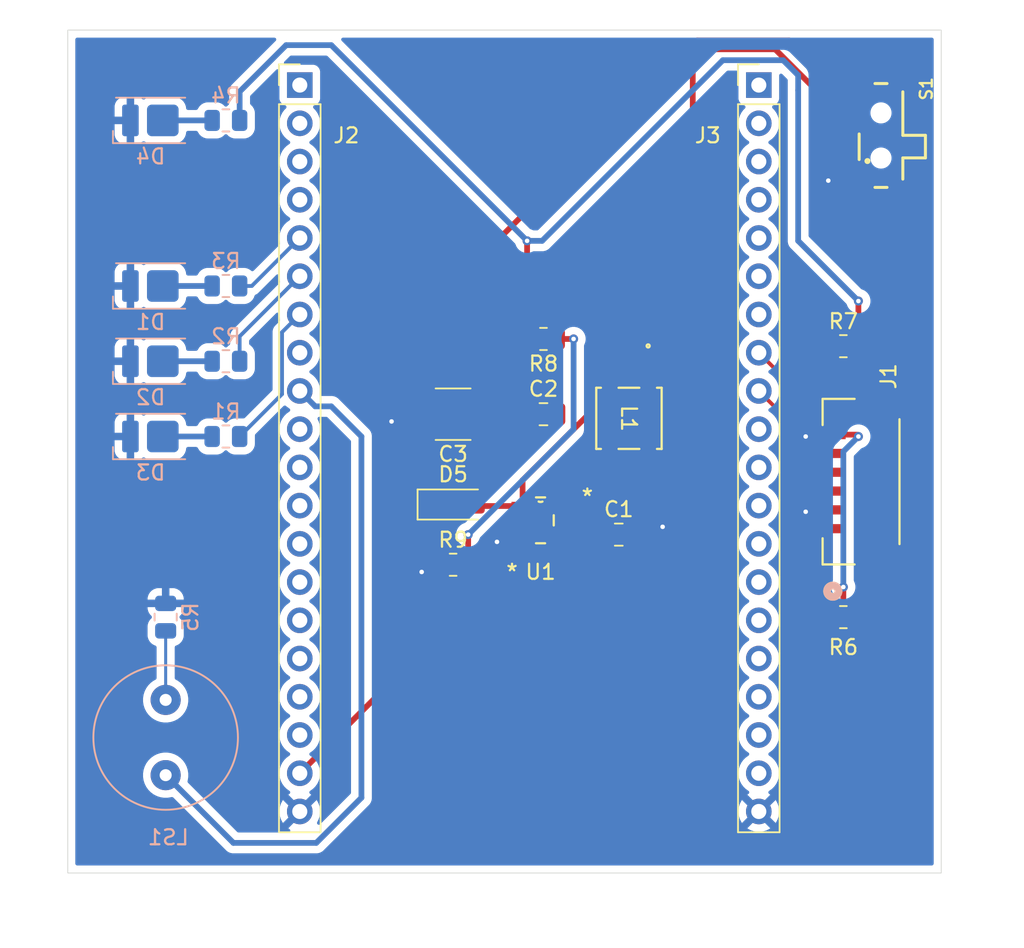
<source format=kicad_pcb>
(kicad_pcb (version 20241229) (generator "pcbnew") (generator_version "9.0")
  (layers (0 "F.Cu" signal) (2 "B.Cu" signal) (13 "F.Paste" user) (15 "B.Paste" user) (5 "F.SilkS" user "F.Silkscreen") (7 "B.SilkS" user "B.Silkscreen") (1 "F.Mask" user) (3 "B.Mask" user) (25 "Edge.Cuts" user))
  (net 0 "")
  (net 1 "Net-(U1-EN)")
  (net 2 "GND")
  (net 3 "Net-(D1-A)")
  (net 4 "Net-(D2-A)")
  (net 5 "Net-(D3-A)")
  (net 6 "Net-(D4-A)")
  (net 7 "5V PWR")
  (net 8 "SCL")
  (net 9 "Net-(U1-FB)")
  (net 10 "SDA")
  (net 12 "R")
  (net 13 "Y")
  (net 14 "G")
  (net 16 "Net-(LS1-PadN)")
  (net 17 "SPKR")
  (net 48 "BATT")
  (net 51 "Net-(D5-A)")
  (footprint "Capacitor_SMD:C_0805_2012Metric" (layer "F.Cu") (at 96.0875 42.51875)
    (property "Reference" "C2" (at 0 -1.68 0) (layer "F.SilkS"))
    (property "Value" "18pF")
    (fp_line (start -0.261252 -0.735) (end 0.261252 -0.735) (stroke (width 0.12)) (layer "F.SilkS"))
    (fp_line (start -0.261252 0.735) (end 0.261252 0.735) (stroke (width 0.12)) (layer "F.SilkS"))
    (pad "1" smd roundrect (at -0.95 0) (size 1 1.45) (layers "F.Cu" "F.Mask" "F.Paste") (net 7 "5V PWR"))
    (pad "2" smd roundrect (at 0.95 0) (size 1 1.45) (layers "F.Cu" "F.Mask" "F.Paste") (net 9 "Net-(U1-FB)"))
  )
  (footprint "ECE196:SMD4_CR32NP_SUM" (layer "F.Cu") (at 101.7639 42.793749 -90)
    (property "Reference" "L1" (at 0 0 270) (layer "F.SilkS"))
    (property "Value" "CR32NP-100KC")
    (fp_line (start -2.032 2.1717) (end 2.032 2.1717) (stroke (width 0.1524)) (layer "F.SilkS"))
    (fp_line (start 2.032 2.1717) (end 2.032 1.861739) (stroke (width 0.1524)) (layer "F.SilkS"))
    (fp_line (start -2.032 1.861739) (end -2.032 2.1717) (stroke (width 0.1524)) (layer "F.SilkS"))
    (fp_line (start 2.032 0.688259) (end 2.032 -0.688259) (stroke (width 0.1524)) (layer "F.SilkS"))
    (fp_line (start -2.032 -0.688259) (end -2.032 0.688259) (stroke (width 0.1524)) (layer "F.SilkS"))
    (fp_line (start 2.032 -1.861739) (end 2.032 -2.1717) (stroke (width 0.1524)) (layer "F.SilkS"))
    (fp_line (start -2.032 -2.1717) (end -2.032 -1.861739) (stroke (width 0.1524)) (layer "F.SilkS"))
    (fp_line (start 2.032 -2.1717) (end -2.032 -2.1717) (stroke (width 0.1524)) (layer "F.SilkS"))
    (fp_circle (center -4.8106 -1.275) (end -4.709 -1.275) (stroke (width 0.1524)) (fill no) (layer "F.SilkS"))
    (pad "1" smd rect (at -1.6764 -1.274999 270) (size 1.0668 0.508) (layers "F.Cu" "F.Mask" "F.Paste"))
    (pad "2" smd rect (at -1.6764 1.274999 270) (size 1.0668 0.508) (layers "F.Cu" "F.Mask" "F.Paste"))
    (pad "3" smd rect (at 1.6764 1.274999 270) (size 1.0668 0.508) (layers "F.Cu" "F.Mask" "F.Paste") (net 1 "Net-(U1-EN)"))
    (pad "4" smd rect (at 1.6764 -1.274999 270) (size 1.0668 0.508) (layers "F.Cu" "F.Mask" "F.Paste") (net 51 "Net-(D5-A)"))
  )
  (footprint "Resistor_SMD:R_0805_2012Metric" (layer "F.Cu") (at 96.0875 37.51875 180)
    (property "Reference" "R8" (at 0 -1.65 0) (layer "F.SilkS"))
    (property "Value" "370k")
    (fp_line (start -0.227064 0.735) (end 0.227064 0.735) (stroke (width 0.12)) (layer "F.SilkS"))
    (fp_line (start -0.227064 -0.735) (end 0.227064 -0.735) (stroke (width 0.12)) (layer "F.SilkS"))
    (pad "1" smd roundrect (at -0.9125 0 180) (size 1.025 1.4) (layers "F.Cu" "F.Mask" "F.Paste") (roundrect_rratio 0.243902) (net 9 "Net-(U1-FB)"))
    (pad "2" smd roundrect (at 0.9125 0 180) (size 1.025 1.4) (layers "F.Cu" "F.Mask" "F.Paste") (roundrect_rratio 0.243902) (net 7 "5V PWR"))
  )
  (footprint "ECE196:DBV5" (layer "F.Cu") (at 95.8937 49.568749)
    (property "Reference" "U1" (at 0 3.431251 0) (layer "F.SilkS"))
    (property "Value" "TPS61040QDBVRQ1" (hide yes))
    (fp_line (start -0.302516 1.524) (end 0.302516 1.524) (stroke (width 0.1524)) (layer "F.SilkS"))
    (fp_line (start 0.302516 -1.524) (end -0.302516 -1.524) (stroke (width 0.1524)) (layer "F.SilkS"))
    (fp_line (start 0.8763 0.337861) (end 0.8763 -0.337861) (stroke (width 0.1524)) (layer "F.SilkS"))
    (fp_arc (start 0.124872 -1.245953) (mid 0 -1.2192) (end -0.124872 -1.245953) (stroke (width 0.1524)) (layer "F.SilkS"))
    (fp_text user "*" (at -1.8937 3.431251 0) (layer "F.SilkS"))
    (fp_text user "*" (at 3.1063 -1.568749 0) (layer "F.SilkS"))
    (pad "1" smd rect (at -1.1938 -0.950001) (size 1.4732 0.5588) (layers "F.Cu" "F.Mask" "F.Paste") (net 51 "Net-(D5-A)"))
    (pad "2" smd rect (at -1.1938 0) (size 1.4732 0.5588) (layers "F.Cu" "F.Mask" "F.Paste") (net 2 "GND"))
    (pad "3" smd rect (at -1.1938 0.950001) (size 1.4732 0.5588) (layers "F.Cu" "F.Mask" "F.Paste") (net 9 "Net-(U1-FB)"))
    (pad "4" smd rect (at 1.1938 0.950001) (size 1.4732 0.5588) (layers "F.Cu" "F.Mask" "F.Paste") (net 1 "Net-(U1-EN)"))
    (pad "5" smd rect (at 1.1938 -0.950001) (size 1.4732 0.5588) (layers "F.Cu" "F.Mask" "F.Paste") (net 1 "Net-(U1-EN)"))
  )
  (footprint "Diode_SMD:D_SOD-123" (layer "F.Cu") (at 90.0875 48.51875)
    (property "Reference" "D5" (at 0 -2 0) (layer "F.SilkS"))
    (property "Value" "D_Schottky")
    (fp_line (start -2.36 -1) (end -2.36 1) (stroke (width 0.12)) (layer "F.SilkS"))
    (fp_line (start -2.36 -1) (end 1.65 -1) (stroke (width 0.12)) (layer "F.SilkS"))
    (fp_line (start -2.36 1) (end 1.65 1) (stroke (width 0.12)) (layer "F.SilkS"))
    (pad "1" smd roundrect (at -1.65 0) (size 0.9 1.2) (layers "F.Cu" "F.Mask" "F.Paste") (net 7 "5V PWR"))
    (pad "2" smd roundrect (at 1.65 0) (size 0.9 1.2) (layers "F.Cu" "F.Mask" "F.Paste") (net 51 "Net-(D5-A)"))
  )
  (footprint "ECE196:CONN_SM06B-GHS-TB_JST" (layer "F.Cu") (at 117.175699 47 90)
    (property "Reference" "J1" (at 7 1.824301 90) (layer "F.SilkS"))
    (property "Value" "SM06B-GHS-TB")
    (fp_line (start 5.4991 -2.5527) (end 3.76254 -2.5527) (stroke (width 0.1524)) (layer "F.SilkS"))
    (fp_line (start -3.76254 -2.5527) (end -5.4991 -2.5527) (stroke (width 0.1524)) (layer "F.SilkS"))
    (fp_line (start -5.4991 -2.5527) (end -5.4991 -0.42959) (stroke (width 0.1524)) (layer "F.SilkS"))
    (fp_line (start 5.4991 -0.42959) (end 5.4991 -2.5527) (stroke (width 0.1524)) (layer "F.SilkS"))
    (fp_line (start -4.146959 2.552701) (end 4.146959 2.552701) (stroke (width 0.1524)) (layer "F.SilkS"))
    (fp_circle (center -7.2771 -1.8757) (end -6.8961 -1.8757) (stroke (width 0.508)) (fill no) (layer "F.SilkS"))
    (fp_circle (center -7.2771 -1.8757) (end -6.8961 -1.8757) (stroke (width 0.508)) (fill no) (layer "B.SilkS"))
    (pad "1" smd rect (at -3.125 -1.8757 90) (size 0.6096 1.7018) (layers "F.Cu" "F.Mask" "F.Paste"))
    (pad "2" smd rect (at -1.875 -1.8757 90) (size 0.6096 1.7018) (layers "F.Cu" "F.Mask" "F.Paste") (net 2 "GND"))
    (pad "3" smd rect (at -0.625 -1.8757 90) (size 0.6096 1.7018) (layers "F.Cu" "F.Mask" "F.Paste") (net 8 "SCL"))
    (pad "4" smd rect (at 0.625 -1.8757 90) (size 0.6096 1.7018) (layers "F.Cu" "F.Mask" "F.Paste") (net 10 "SDA"))
    (pad "5" smd rect (at 1.875 -1.8757 90) (size 0.6096 1.7018) (layers "F.Cu" "F.Mask" "F.Paste") (net 2 "GND"))
    (pad "6" smd rect (at 3.125 -1.8757 90) (size 0.6096 1.7018) (layers "F.Cu" "F.Mask" "F.Paste") (net 7 "5V PWR"))
    (pad "7" smd rect (at -4.974999 1.324301 90) (size 0.9906 2.8448) (layers "F.Cu" "F.Mask" "F.Paste"))
    (pad "8" smd rect (at 4.974999 1.324301 90) (size 0.9906 2.8448) (layers "F.Cu" "F.Mask" "F.Paste"))
  )
  (footprint "Connector_PinHeader_2.54mm:PinHeader_1x20_P2.54mm_Vertical" (layer "F.Cu") (at 110.386 20.653)
    (property "Reference" "J3" (at -3.386 3.347 0) (layer "F.SilkS"))
    (property "Value" "Conn_01x20_Pin")
    (fp_line (start -1.38 -1.38) (end 0 -1.38) (stroke (width 0.12)) (layer "F.SilkS"))
    (fp_line (start -1.38 0) (end -1.38 -1.38) (stroke (width 0.12)) (layer "F.SilkS"))
    (fp_line (start -1.38 1.27) (end -1.38 49.64) (stroke (width 0.12)) (layer "F.SilkS"))
    (fp_line (start -1.38 1.27) (end 1.38 1.27) (stroke (width 0.12)) (layer "F.SilkS"))
    (fp_line (start -1.38 49.64) (end 1.38 49.64) (stroke (width 0.12)) (layer "F.SilkS"))
    (fp_line (start 1.38 1.27) (end 1.38 49.64) (stroke (width 0.12)) (layer "F.SilkS"))
    (pad "1" thru_hole rect (at 0 0) (size 1.7 1.7) (drill 1) (layers "*.Cu" "*.Mask"))
    (pad "2" thru_hole circle (at 0 2.54) (size 1.7 1.7) (drill 1) (layers "*.Cu" "*.Mask"))
    (pad "3" thru_hole circle (at 0 5.08) (size 1.7 1.7) (drill 1) (layers "*.Cu" "*.Mask"))
    (pad "4" thru_hole circle (at 0 7.62) (size 1.7 1.7) (drill 1) (layers "*.Cu" "*.Mask"))
    (pad "5" thru_hole circle (at 0 10.16) (size 1.7 1.7) (drill 1) (layers "*.Cu" "*.Mask"))
    (pad "6" thru_hole circle (at 0 12.7) (size 1.7 1.7) (drill 1) (layers "*.Cu" "*.Mask"))
    (pad "7" thru_hole circle (at 0 15.24) (size 1.7 1.7) (drill 1) (layers "*.Cu" "*.Mask"))
    (pad "8" thru_hole circle (at 0 17.78) (size 1.7 1.7) (drill 1) (layers "*.Cu" "*.Mask") (net 10 "SDA"))
    (pad "9" thru_hole circle (at 0 20.32) (size 1.7 1.7) (drill 1) (layers "*.Cu" "*.Mask") (net 8 "SCL"))
    (pad "10" thru_hole circle (at 0 22.86) (size 1.7 1.7) (drill 1) (layers "*.Cu" "*.Mask"))
    (pad "11" thru_hole circle (at 0 25.4) (size 1.7 1.7) (drill 1) (layers "*.Cu" "*.Mask"))
    (pad "12" thru_hole circle (at 0 27.94) (size 1.7 1.7) (drill 1) (layers "*.Cu" "*.Mask"))
    (pad "13" thru_hole circle (at 0 30.48) (size 1.7 1.7) (drill 1) (layers "*.Cu" "*.Mask"))
    (pad "14" thru_hole circle (at 0 33.02) (size 1.7 1.7) (drill 1) (layers "*.Cu" "*.Mask"))
    (pad "15" thru_hole circle (at 0 35.56) (size 1.7 1.7) (drill 1) (layers "*.Cu" "*.Mask"))
    (pad "16" thru_hole circle (at 0 38.1) (size 1.7 1.7) (drill 1) (layers "*.Cu" "*.Mask"))
    (pad "17" thru_hole circle (at 0 40.64) (size 1.7 1.7) (drill 1) (layers "*.Cu" "*.Mask"))
    (pad "18" thru_hole circle (at 0 43.18) (size 1.7 1.7) (drill 1) (layers "*.Cu" "*.Mask"))
    (pad "19" thru_hole circle (at 0 45.72) (size 1.7 1.7) (drill 1) (layers "*.Cu" "*.Mask"))
    (pad "20" thru_hole circle (at 0 48.26) (size 1.7 1.7) (drill 1) (layers "*.Cu" "*.Mask") (net 2 "GND"))
  )
  (footprint "Capacitor_SMD:C_0805_2012Metric" (layer "F.Cu") (at 101.0875 50.51875)
    (property "Reference" "C1" (at 0 -1.68 0) (layer "F.SilkS"))
    (property "Value" "4.7uF" (hide yes))
    (fp_line (start -0.261252 -0.735) (end 0.261252 -0.735) (stroke (width 0.12)) (layer "F.SilkS"))
    (fp_line (start -0.261252 0.735) (end 0.261252 0.735) (stroke (width 0.12)) (layer "F.SilkS"))
    (pad "1" smd roundrect (at -0.95 0) (size 1 1.45) (layers "F.Cu" "F.Mask" "F.Paste") (net 1 "Net-(U1-EN)"))
    (pad "2" smd roundrect (at 0.95 0) (size 1 1.45) (layers "F.Cu" "F.Mask" "F.Paste") (net 2 "GND"))
  )
  (footprint "Connector_PinHeader_2.54mm:PinHeader_1x20_P2.54mm_Vertical" (layer "F.Cu") (at 79.906 20.653)
    (property "Reference" "J2" (at 3.094 3.347 0) (layer "F.SilkS"))
    (property "Value" "Conn_01x20_Pin" (hide yes))
    (fp_line (start -1.38 -1.38) (end 0 -1.38) (stroke (width 0.12)) (layer "F.SilkS"))
    (fp_line (start -1.38 0) (end -1.38 -1.38) (stroke (width 0.12)) (layer "F.SilkS"))
    (fp_line (start -1.38 1.27) (end -1.38 49.64) (stroke (width 0.12)) (layer "F.SilkS"))
    (fp_line (start -1.38 1.27) (end 1.38 1.27) (stroke (width 0.12)) (layer "F.SilkS"))
    (fp_line (start -1.38 49.64) (end 1.38 49.64) (stroke (width 0.12)) (layer "F.SilkS"))
    (fp_line (start 1.38 1.27) (end 1.38 49.64) (stroke (width 0.12)) (layer "F.SilkS"))
    (pad "1" thru_hole rect (at 0 0) (size 1.7 1.7) (drill 1) (layers "*.Cu" "*.Mask"))
    (pad "2" thru_hole circle (at 0 2.54) (size 1.7 1.7) (drill 1) (layers "*.Cu" "*.Mask"))
    (pad "3" thru_hole circle (at 0 5.08) (size 1.7 1.7) (drill 1) (layers "*.Cu" "*.Mask"))
    (pad "4" thru_hole circle (at 0 7.62) (size 1.7 1.7) (drill 1) (layers "*.Cu" "*.Mask"))
    (pad "5" thru_hole circle (at 0 10.16) (size 1.7 1.7) (drill 1) (layers "*.Cu" "*.Mask") (net 14 "G"))
    (pad "6" thru_hole circle (at 0 12.7) (size 1.7 1.7) (drill 1) (layers "*.Cu" "*.Mask") (net 13 "Y"))
    (pad "7" thru_hole circle (at 0 15.24) (size 1.7 1.7) (drill 1) (layers "*.Cu" "*.Mask") (net 12 "R"))
    (pad "8" thru_hole circle (at 0 17.78) (size 1.7 1.7) (drill 1) (layers "*.Cu" "*.Mask"))
    (pad "9" thru_hole circle (at 0 20.32) (size 1.7 1.7) (drill 1) (layers "*.Cu" "*.Mask") (net 17 "SPKR"))
    (pad "10" thru_hole circle (at 0 22.86) (size 1.7 1.7) (drill 1) (layers "*.Cu" "*.Mask"))
    (pad "11" thru_hole circle (at 0 25.4) (size 1.7 1.7) (drill 1) (layers "*.Cu" "*.Mask"))
    (pad "12" thru_hole circle (at 0 27.94) (size 1.7 1.7) (drill 1) (layers "*.Cu" "*.Mask"))
    (pad "13" thru_hole circle (at 0 30.48) (size 1.7 1.7) (drill 1) (layers "*.Cu" "*.Mask"))
    (pad "14" thru_hole circle (at 0 33.02) (size 1.7 1.7) (drill 1) (layers "*.Cu" "*.Mask"))
    (pad "15" thru_hole circle (at 0 35.56) (size 1.7 1.7) (drill 1) (layers "*.Cu" "*.Mask"))
    (pad "16" thru_hole circle (at 0 38.1) (size 1.7 1.7) (drill 1) (layers "*.Cu" "*.Mask"))
    (pad "17" thru_hole circle (at 0 40.64) (size 1.7 1.7) (drill 1) (layers "*.Cu" "*.Mask"))
    (pad "18" thru_hole circle (at 0 43.18) (size 1.7 1.7) (drill 1) (layers "*.Cu" "*.Mask"))
    (pad "19" thru_hole circle (at 0 45.72) (size 1.7 1.7) (drill 1) (layers "*.Cu" "*.Mask") (net 48 "BATT"))
    (pad "20" thru_hole circle (at 0 48.26) (size 1.7 1.7) (drill 1) (layers "*.Cu" "*.Mask") (net 2 "GND"))
  )
  (footprint "Resistor_SMD:R_0805_2012Metric" (layer "F.Cu") (at 90.0875 52.51875)
    (property "Reference" "R9" (at 0 -1.65 0) (layer "F.SilkS"))
    (property "Value" "120k")
    (fp_line (start -0.227064 -0.735) (end 0.227064 -0.735) (stroke (width 0.12)) (layer "F.SilkS"))
    (fp_line (start -0.227064 0.735) (end 0.227064 0.735) (stroke (width 0.12)) (layer "F.SilkS"))
    (pad "1" smd roundrect (at -0.9125 0) (size 1.025 1.4) (layers "F.Cu" "F.Mask" "F.Paste") (roundrect_rratio 0.243902) (net 2 "GND"))
    (pad "2" smd roundrect (at 0.9125 0) (size 1.025 1.4) (layers "F.Cu" "F.Mask" "F.Paste") (roundrect_rratio 0.243902) (net 9 "Net-(U1-FB)"))
  )
  (footprint "ECE196:450404015514" (layer "F.Cu") (at 118.5 24 -90)
    (property "Reference" "S1" (at -3.1 -3.008 90) (layer "F.SilkS") (effects (font (size 0.8 0.8))))
    (property "Value" "450404015514" (hide yes))
    (fp_line (start -0.1 1.45) (end 1.6 1.45) (stroke (width 0.2)) (layer "F.SilkS"))
    (fp_line (start 3.45 0.4) (end 3.45 -0.4) (stroke (width 0.2)) (layer "F.SilkS"))
    (fp_line (start -3.45 -0.4) (end -3.45 0.4) (stroke (width 0.2)) (layer "F.SilkS"))
    (fp_line (start -2.9 -1.45) (end -0.01 -1.45) (stroke (width 0.2)) (layer "F.SilkS"))
    (fp_line (start -0.01 -1.45) (end -0.01 -2.95) (stroke (width 0.2)) (layer "F.SilkS"))
    (fp_line (start 1.49 -1.45) (end 2.9 -1.45) (stroke (width 0.2)) (layer "F.SilkS"))
    (fp_line (start -0.01 -2.95) (end 1.49 -2.95) (stroke (width 0.2)) (layer "F.SilkS"))
    (fp_line (start 1.49 -2.95) (end 1.49 -1.45) (stroke (width 0.2)) (layer "F.SilkS"))
    (fp_circle (center 1.7 0.9) (end 1.8 0.9) (stroke (width 0.2)) (fill no) (layer "F.SilkS"))
    (pad "" np_thru_hole circle (at -1.5 0 270) (size 0.9 0.9) (drill 0.9) (layers "*.Cu" "*.Mask"))
    (pad "" np_thru_hole circle (at 1.5 0 270) (size 0.9 0.9) (drill 0.9) (layers "*.Cu" "*.Mask"))
    (pad "1" smd rect (at 2.25 2.05 270) (size 0.7 1.1) (layers "F.Cu" "F.Mask" "F.Paste") (net 2 "GND"))
    (pad "2" smd rect (at -0.75 2.05 270) (size 0.7 1.1) (layers "F.Cu" "F.Mask" "F.Paste") (net 1 "Net-(U1-EN)"))
    (pad "3" smd rect (at -2.25 2.05 270) (size 0.7 1.1) (layers "F.Cu" "F.Mask" "F.Paste") (net 48 "BATT"))
    (pad "Z1" smd rect (at -3.75 -1.15 270) (size 1 0.8) (layers "F.Cu" "F.Mask" "F.Paste"))
    (pad "Z2" smd rect (at 3.75 -1.15 270) (size 1 0.8) (layers "F.Cu" "F.Mask" "F.Paste"))
    (pad "Z3" smd rect (at 3.75 1.15 270) (size 1 0.8) (layers "F.Cu" "F.Mask" "F.Paste"))
    (pad "Z4" smd rect (at -3.75 1.15 270) (size 1 0.8) (layers "F.Cu" "F.Mask" "F.Paste"))
  )
  (footprint "Resistor_SMD:R_0805_2012Metric" (layer "F.Cu") (at 116 56)
    (property "Reference" "R6" (at 0 2 0) (layer "F.SilkS"))
    (property "Value" "10k")
    (fp_line (start -0.227064 -0.735) (end 0.227064 -0.735) (stroke (width 0.12)) (layer "F.SilkS"))
    (fp_line (start -0.227064 0.735) (end 0.227064 0.735) (stroke (width 0.12)) (layer "F.SilkS"))
    (pad "1" smd roundrect (at -0.9125 0) (size 1.025 1.4) (layers "F.Cu" "F.Mask" "F.Paste") (roundrect_rratio 0.243902) (net 8 "SCL"))
    (pad "2" smd roundrect (at 0.9125 0) (size 1.025 1.4) (layers "F.Cu" "F.Mask" "F.Paste") (roundrect_rratio 0.243902) (net 7 "5V PWR"))
  )
  (footprint "Resistor_SMD:R_0805_2012Metric" (layer "F.Cu") (at 116 38)
    (property "Reference" "R7" (at 0 -1.65 0) (layer "F.SilkS"))
    (property "Value" "10k")
    (fp_line (start -0.227064 -0.735) (end 0.227064 -0.735) (stroke (width 0.12)) (layer "F.SilkS"))
    (fp_line (start -0.227064 0.735) (end 0.227064 0.735) (stroke (width 0.12)) (layer "F.SilkS"))
    (pad "1" smd roundrect (at -0.9125 0) (size 1.025 1.4) (layers "F.Cu" "F.Mask" "F.Paste") (roundrect_rratio 0.243902) (net 10 "SDA"))
    (pad "2" smd roundrect (at 0.9125 0) (size 1.025 1.4) (layers "F.Cu" "F.Mask" "F.Paste") (roundrect_rratio 0.243902) (net 7 "5V PWR"))
  )
  (footprint "Capacitor_SMD:C_1812_4532Metric" (layer "F.Cu") (at 90.0875 42.51875 180)
    (property "Reference" "C3" (at 0 -2.65 0) (layer "F.SilkS"))
    (property "Value" "1uF")
    (fp_line (start -1.161252 1.71) (end 1.161252 1.71) (stroke (width 0.12)) (layer "F.SilkS"))
    (fp_line (start -1.161252 -1.71) (end 1.161252 -1.71) (stroke (width 0.12)) (layer "F.SilkS"))
    (pad "1" smd roundrect (at -2.05 0 180) (size 1.4 3.4) (layers "F.Cu" "F.Mask" "F.Paste") (roundrect_rratio 0.178571) (net 7 "5V PWR"))
    (pad "2" smd roundrect (at 2.05 0 180) (size 1.4 3.4) (layers "F.Cu" "F.Mask" "F.Paste") (roundrect_rratio 0.178571) (net 2 "GND"))
  )
  (footprint "LED_SMD:LED_Everlight-SMD3528_3.5x2.8mm_67-21ST" (layer "B.Cu") (at 70 39)
    (property "Reference" "D2" (at 0 2.4 0) (layer "B.SilkS") (effects (justify mirror)))
    (property "Value" "LED YELLOW")
    (fp_line (start -2.5 0.7) (end -2.5 1.51) (stroke (width 0.12)) (layer "B.SilkS"))
    (fp_line (start -2.5 1.51) (end 2.3 1.51) (stroke (width 0.12)) (layer "B.SilkS"))
    (fp_line (start -2.3 -1.51) (end 2.3 -1.51) (stroke (width 0.12)) (layer "B.SilkS"))
    (pad "1" smd roundrect (at -1.34 0) (size 1.1 2.1) (layers "B.Cu" "B.Mask" "B.Paste") (roundrect_rratio 0.15) (net 2 "GND"))
    (pad "2" smd roundrect (at 0.81 0) (size 2.1 2.1) (layers "B.Cu" "B.Mask" "B.Paste") (roundrect_rratio 0.15) (net 4 "Net-(D2-A)"))
  )
  (footprint "ECE196:CUI_CMI-9605IC-0580T" (layer "B.Cu") (at 71 64)
    (property "Reference" "LS1" (at 0.175 6.635 0) (layer "B.SilkS") (effects (justify mirror)))
    (property "Value" "CMI-9605IC-0580T")
    (fp_circle (center 0 0) (end 4.8 0) (stroke (width 0.127)) (fill no) (layer "B.SilkS"))
    (pad "N" thru_hole circle (at 0 -2.5) (size 2 2) (drill 0.8) (layers "*.Cu" "*.Mask") (net 16 "Net-(LS1-PadN)"))
    (pad "P" thru_hole circle (at 0 2.5) (size 2 2) (drill 0.8) (layers "*.Cu" "*.Mask") (net 17 "SPKR"))
  )
  (footprint "LED_SMD:LED_Everlight-SMD3528_3.5x2.8mm_67-21ST" (layer "B.Cu") (at 70 44)
    (property "Reference" "D3" (at 0 2.4 0) (layer "B.SilkS") (effects (justify mirror)))
    (property "Value" "LED RED")
    (fp_line (start -2.5 0.7) (end -2.5 1.51) (stroke (width 0.12)) (layer "B.SilkS"))
    (fp_line (start -2.5 1.51) (end 2.3 1.51) (stroke (width 0.12)) (layer "B.SilkS"))
    (fp_line (start -2.3 -1.51) (end 2.3 -1.51) (stroke (width 0.12)) (layer "B.SilkS"))
    (pad "1" smd roundrect (at -1.34 0) (size 1.1 2.1) (layers "B.Cu" "B.Mask" "B.Paste") (roundrect_rratio 0.15) (net 2 "GND"))
    (pad "2" smd roundrect (at 0.81 0) (size 2.1 2.1) (layers "B.Cu" "B.Mask" "B.Paste") (roundrect_rratio 0.15) (net 5 "Net-(D3-A)"))
  )
  (footprint "Resistor_SMD:R_0805_2012Metric" (layer "B.Cu") (at 75 39 180)
    (property "Reference" "R2" (at 0 1.65 0) (layer "B.SilkS") (effects (justify mirror)))
    (property "Value" "300")
    (fp_line (start -0.227064 0.735) (end 0.227064 0.735) (stroke (width 0.12)) (layer "B.SilkS"))
    (fp_line (start -0.227064 -0.735) (end 0.227064 -0.735) (stroke (width 0.12)) (layer "B.SilkS"))
    (pad "1" smd roundrect (at -0.9125 0 180) (size 1.025 1.4) (layers "B.Cu" "B.Mask" "B.Paste") (roundrect_rratio 0.243902) (net 13 "Y"))
    (pad "2" smd roundrect (at 0.9125 0 180) (size 1.025 1.4) (layers "B.Cu" "B.Mask" "B.Paste") (roundrect_rratio 0.243902) (net 4 "Net-(D2-A)"))
  )
  (footprint "LED_SMD:LED_Everlight-SMD3528_3.5x2.8mm_67-21ST" (layer "B.Cu") (at 70 23)
    (property "Reference" "D4" (at 0 2.4 0) (layer "B.SilkS") (effects (justify mirror)))
    (property "Value" "LED BLUE STATUS ON/OFF")
    (fp_line (start -2.5 0.7) (end -2.5 1.51) (stroke (width 0.12)) (layer "B.SilkS"))
    (fp_line (start -2.5 1.51) (end 2.3 1.51) (stroke (width 0.12)) (layer "B.SilkS"))
    (fp_line (start -2.3 -1.51) (end 2.3 -1.51) (stroke (width 0.12)) (layer "B.SilkS"))
    (pad "1" smd roundrect (at -1.34 0) (size 1.1 2.1) (layers "B.Cu" "B.Mask" "B.Paste") (roundrect_rratio 0.15) (net 2 "GND"))
    (pad "2" smd roundrect (at 0.81 0) (size 2.1 2.1) (layers "B.Cu" "B.Mask" "B.Paste") (roundrect_rratio 0.15) (net 6 "Net-(D4-A)"))
  )
  (footprint "Resistor_SMD:R_0805_2012Metric" (layer "B.Cu") (at 75 23 180)
    (property "Reference" "R4" (at 0 1.65 0) (layer "B.SilkS") (effects (justify mirror)))
    (property "Value" "300")
    (fp_line (start -0.227064 0.735) (end 0.227064 0.735) (stroke (width 0.12)) (layer "B.SilkS"))
    (fp_line (start -0.227064 -0.735) (end 0.227064 -0.735) (stroke (width 0.12)) (layer "B.SilkS"))
    (pad "1" smd roundrect (at -0.9125 0 180) (size 1.025 1.4) (layers "B.Cu" "B.Mask" "B.Paste") (roundrect_rratio 0.243902) (net 7 "5V PWR"))
    (pad "2" smd roundrect (at 0.9125 0 180) (size 1.025 1.4) (layers "B.Cu" "B.Mask" "B.Paste") (roundrect_rratio 0.243902) (net 6 "Net-(D4-A)"))
  )
  (footprint "Resistor_SMD:R_0805_2012Metric" (layer "B.Cu") (at 71 56 90)
    (property "Reference" "R5" (at 0 1.65 90) (layer "B.SilkS") (effects (justify mirror)))
    (property "Value" "300")
    (fp_line (start -0.227064 -0.735) (end 0.227064 -0.735) (stroke (width 0.12)) (layer "B.SilkS"))
    (fp_line (start -0.227064 0.735) (end 0.227064 0.735) (stroke (width 0.12)) (layer "B.SilkS"))
    (pad "1" smd roundrect (at -0.9125 0 90) (size 1.025 1.4) (layers "B.Cu" "B.Mask" "B.Paste") (roundrect_rratio 0.243902) (net 16 "Net-(LS1-PadN)"))
    (pad "2" smd roundrect (at 0.9125 0 90) (size 1.025 1.4) (layers "B.Cu" "B.Mask" "B.Paste") (roundrect_rratio 0.243902) (net 2 "GND"))
  )
  (footprint "LED_SMD:LED_Everlight-SMD3528_3.5x2.8mm_67-21ST" (layer "B.Cu") (at 70 34)
    (property "Reference" "D1" (at 0 2.4 0) (layer "B.SilkS") (effects (justify mirror)))
    (property "Value" "LED GREEN")
    (fp_line (start -2.5 0.7) (end -2.5 1.51) (stroke (width 0.12)) (layer "B.SilkS"))
    (fp_line (start -2.5 1.51) (end 2.3 1.51) (stroke (width 0.12)) (layer "B.SilkS"))
    (fp_line (start -2.3 -1.51) (end 2.3 -1.51) (stroke (width 0.12)) (layer "B.SilkS"))
    (pad "1" smd roundrect (at -1.34 0) (size 1.1 2.1) (layers "B.Cu" "B.Mask" "B.Paste") (roundrect_rratio 0.15) (net 2 "GND"))
    (pad "2" smd roundrect (at 0.81 0) (size 2.1 2.1) (layers "B.Cu" "B.Mask" "B.Paste") (roundrect_rratio 0.15) (net 3 "Net-(D1-A)"))
  )
  (footprint "Resistor_SMD:R_0805_2012Metric" (layer "B.Cu") (at 75 44 180)
    (property "Reference" "R1" (at 0 1.65 0) (layer "B.SilkS") (effects (justify mirror)))
    (property "Value" "300" (hide yes))
    (fp_line (start -0.227064 0.735) (end 0.227064 0.735) (stroke (width 0.12)) (layer "B.SilkS"))
    (fp_line (start -0.227064 -0.735) (end 0.227064 -0.735) (stroke (width 0.12)) (layer "B.SilkS"))
    (pad "1" smd roundrect (at -0.9125 0 180) (size 1.025 1.4) (layers "B.Cu" "B.Mask" "B.Paste") (roundrect_rratio 0.243902) (net 12 "R"))
    (pad "2" smd roundrect (at 0.9125 0 180) (size 1.025 1.4) (layers "B.Cu" "B.Mask" "B.Paste") (roundrect_rratio 0.243902) (net 5 "Net-(D3-A)"))
  )
  (footprint "Resistor_SMD:R_0805_2012Metric" (layer "B.Cu") (at 75 34 180)
    (property "Reference" "R3" (at 0 1.65 0) (layer "B.SilkS") (effects (justify mirror)))
    (property "Value" "300")
    (fp_line (start -0.227064 0.735) (end 0.227064 0.735) (stroke (width 0.12)) (layer "B.SilkS"))
    (fp_line (start -0.227064 -0.735) (end 0.227064 -0.735) (stroke (width 0.12)) (layer "B.SilkS"))
    (pad "1" smd roundrect (at -0.9125 0 180) (size 1.025 1.4) (layers "B.Cu" "B.Mask" "B.Paste") (roundrect_rratio 0.243902) (net 14 "G"))
    (pad "2" smd roundrect (at 0.9125 0 180) (size 1.025 1.4) (layers "B.Cu" "B.Mask" "B.Paste") (roundrect_rratio 0.243902) (net 3 "Net-(D1-A)"))
  )
  (gr_rect (start 64.5 17) (end 122.5 73) (stroke (width 0.05)) (fill no) (layer "Edge.Cuts"))
  (segment (start 100.488901 44.470149) (end 98.979525 45.979525) (width 0.381) (layer "F.Cu") (net 1))
  (segment (start 115.5085 22.3085) (end 111.4735 18.2735) (width 0.381) (layer "F.Cu") (net 1))
  (segment (start 106.549572 18.2735) (end 106 18.823072) (width 0.381) (layer "F.Cu") (net 1))
  (segment (start 97.0875 48.618748) (end 97.0875 50.51875) (width 0.381) (layer "F.Cu") (net 1))
  (segment (start 103 47) (end 102 47) (width 0.381) (layer "F.Cu") (net 1))
  (segment (start 116.45 23.25) (end 115.6915 22.4915) (width 0.381) (layer "F.Cu") (net 1))
  (segment (start 98.979525 45.979525) (end 97.0875 47.87155) (width 0.381) (layer "F.Cu") (net 1))
  (segment (start 97.0875 47.87155) (end 97.0875 48.618748) (width 0.381) (layer "F.Cu") (net 1))
  (segment (start 100.979525 45.979525) (end 98.979525 45.979525) (width 0.381) (layer "F.Cu") (net 1))
  (segment (start 111.4735 18.2735) (end 106.549572 18.2735) (width 0.381) (layer "F.Cu") (net 1))
  (segment (start 115.6915 22.4915) (end 115.5085 22.4915) (width 0.381) (layer "F.Cu") (net 1))
  (segment (start 106 44) (end 103 47) (width 0.381) (layer "F.Cu") (net 1))
  (segment (start 106 18.823072) (end 106 44) (width 0.381) (layer "F.Cu") (net 1))
  (segment (start 102 47) (end 100.979525 45.979525) (width 0.381) (layer "F.Cu") (net 1))
  (segment (start 115.5085 22.4915) (end 115.5085 22.3085) (width 0.381) (layer "F.Cu") (net 1))
  (segment (start 100.1375 50.51875) (end 97.0875 50.51875) (width 0.381) (layer "F.Cu") (net 1))
  (segment (start 115.299999 45.125) (end 114.625 45.125) (width 0.2) (layer "F.Cu") (net 2))
  (segment (start 115.299999 48.875) (end 113.625 48.875) (width 0.254) (layer "F.Cu") (net 2))
  (segment (start 113.625 48.875) (end 113.5 49) (width 0.2) (layer "F.Cu") (net 2))
  (segment (start 102.0375 50.51875) (end 103.48125 50.51875) (width 0.254) (layer "F.Cu") (net 2))
  (segment (start 94.6999 49.568749) (end 93.431251 49.568749) (width 0.254) (layer "F.Cu") (net 2))
  (segment (start 116.45 26.25) (end 115.75 26.25) (width 0.254) (layer "F.Cu") (net 2))
  (segment (start 89.175 52.51875) (end 88.48125 52.51875) (width 0.254) (layer "F.Cu") (net 2))
  (segment (start 115.75 26.25) (end 115 27) (width 0.254) (layer "F.Cu") (net 2))
  (segment (start 88.48125 52.51875) (end 88 53) (width 0.254) (layer "F.Cu") (net 2))
  (segment (start 103.48125 50.51875) (end 104 50) (width 0.254) (layer "F.Cu") (net 2))
  (segment (start 88.0375 42.51875) (end 86.48125 42.51875) (width 0.254) (layer "F.Cu") (net 2))
  (segment (start 114.625 45.125) (end 113.5 44) (width 0.254) (layer "F.Cu") (net 2))
  (segment (start 93.431251 49.568749) (end 93 50) (width 0.254) (layer "F.Cu") (net 2))
  (segment (start 93 50) (end 93 51) (width 0.254) (layer "F.Cu") (net 2))
  (segment (start 86.48125 42.51875) (end 86 43) (width 0.254) (layer "F.Cu") (net 2))
  (via (at 115 27) (size 0.6) (drill 0.3) (layers "F.Cu" "B.Cu") (net 2))
  (via (at 113.5 44) (size 0.6) (drill 0.3) (layers "F.Cu" "B.Cu") (net 2))
  (via (at 104 50) (size 0.6) (drill 0.3) (layers "F.Cu" "B.Cu") (net 2))
  (via (at 93 51) (size 0.6) (drill 0.3) (layers "F.Cu" "B.Cu") (net 2))
  (via (at 88 53) (size 0.6) (drill 0.3) (layers "F.Cu" "B.Cu") (net 2))
  (via (at 86 43) (size 0.6) (drill 0.3) (layers "F.Cu" "B.Cu") (net 2))
  (via (at 113.5 49) (size 0.6) (drill 0.3) (layers "F.Cu" "B.Cu") (net 2))
  (segment (start 74.0875 34) (end 70.81 34) (width 0.381) (layer "B.Cu") (net 3))
  (segment (start 74.0875 39) (end 70.81 39) (width 0.381) (layer "B.Cu") (net 4))
  (segment (start 74.0875 44) (end 70.81 44) (width 0.381) (layer "B.Cu") (net 5))
  (segment (start 74.0875 23) (end 70.81 23) (width 0.381) (layer "B.Cu") (net 6))
  (segment (start 116.9125 38) (end 115.299999 39.612501) (width 0.381) (layer "F.Cu") (net 7))
  (segment (start 115.299999 43.875) (end 116.875 43.875) (width 0.381) (layer "F.Cu") (net 7))
  (segment (start 116 55.0875) (end 116.9125 56) (width 0.381) (layer "F.Cu") (net 7))
  (segment (start 92.1375 45.46875) (end 92.1375 42.51875) (width 0.381) (layer "F.Cu") (net 7))
  (segment (start 115.299999 39.612501) (end 115.299999 43.875) (width 0.381) (layer "F.Cu") (net 7))
  (segment (start 95.1375 42.51875) (end 95.1375 37.55625) (width 0.381) (layer "F.Cu") (net 7))
  (segment (start 88.4375 48.51875) (end 88.4375 47.16875) (width 0.381) (layer "F.Cu") (net 7))
  (segment (start 117 35) (end 117 37.9125) (width 0.381) (layer "F.Cu") (net 7))
  (segment (start 116 54) (end 116 55.0875) (width 0.381) (layer "F.Cu") (net 7))
  (segment (start 117 37.9125) (end 116.9125 38) (width 0.381) (layer "F.Cu") (net 7))
  (segment (start 95.175 37.51875) (end 95 37.34375) (width 0.381) (layer "F.Cu") (net 7))
  (segment (start 89.0875 46.51875) (end 91.0875 46.51875) (width 0.381) (layer "F.Cu") (net 7))
  (segment (start 116.875 43.875) (end 117 44) (width 0.381) (layer "F.Cu") (net 7))
  (segment (start 95 37.34375) (end 95 31) (width 0.381) (layer "F.Cu") (net 7))
  (segment (start 88.4375 47.16875) (end 89.0875 46.51875) (width 0.381) (layer "F.Cu") (net 7))
  (segment (start 95.1375 37.55625) (end 95.175 37.51875) (width 0.381) (layer "F.Cu") (net 7))
  (segment (start 95.1375 42.51875) (end 92.1375 42.51875) (width 0.381) (layer "F.Cu") (net 7))
  (segment (start 91.0875 46.51875) (end 92.1375 45.46875) (width 0.381) (layer "F.Cu") (net 7))
  (via (at 117 44) (size 0.6) (drill 0.3) (layers "F.Cu" "B.Cu") (net 7))
  (via (at 117 35) (size 0.6) (drill 0.3) (layers "F.Cu" "B.Cu") (net 7))
  (via (at 116 54) (size 0.6) (drill 0.3) (layers "F.Cu" "B.Cu") (net 7))
  (via (at 95 31) (size 0.6) (drill 0.3) (layers "F.Cu" "B.Cu") (net 7))
  (segment (start 112 19) (end 113 20) (width 0.381) (layer "B.Cu") (net 7))
  (segment (start 79 18) (end 75.9125 21.0875) (width 0.381) (layer "B.Cu") (net 7))
  (segment (start 96 31) (end 108 19) (width 0.381) (layer "B.Cu") (net 7))
  (segment (start 95 31) (end 96 31) (width 0.381) (layer "B.Cu") (net 7))
  (segment (start 113 31) (end 117 35) (width 0.381) (layer "B.Cu") (net 7))
  (segment (start 117 44) (end 116 45) (width 0.381) (layer "B.Cu") (net 7))
  (segment (start 108 19) (end 112 19) (width 0.381) (layer "B.Cu") (net 7))
  (segment (start 82 18) (end 79 18) (width 0.381) (layer "B.Cu") (net 7))
  (segment (start 113 20) (end 113 21) (width 0.381) (layer "B.Cu") (net 7))
  (segment (start 116 45) (end 116 54) (width 0.381) (layer "B.Cu") (net 7))
  (segment (start 113 21) (end 113 31) (width 0.381) (layer "B.Cu") (net 7))
  (segment (start 75.9125 21.0875) (end 75.9125 23) (width 0.381) (layer "B.Cu") (net 7))
  (segment (start 95 31) (end 82 18) (width 0.381) (layer "B.Cu") (net 7))
  (segment (start 114.753899 47.625) (end 115.299999 47.625) (width 0.2) (layer "F.Cu") (net 8))
  (segment (start 112 42.587) (end 112 44.871101) (width 0.254) (layer "F.Cu") (net 8))
  (segment (start 110.386 40.973) (end 112 42.587) (width 0.254) (layer "F.Cu") (net 8))
  (segment (start 112 44.871101) (end 113.06445 45.93555) (width 0.254) (layer "F.Cu") (net 8))
  (segment (start 112.872 46.128) (end 113.06445 45.93555) (width 0.254) (layer "F.Cu") (net 8))
  (segment (start 112.872 53.7845) (end 112.872 46.128) (width 0.254) (layer "F.Cu") (net 8))
  (segment (start 113.06445 45.93555) (end 114.753899 47.625) (width 0.254) (layer "F.Cu") (net 8))
  (segment (start 115.0875 56) (end 112.872 53.7845) (width 0.254) (layer "F.Cu") (net 8))
  (segment (start 91.0875 52.43125) (end 91 52.51875) (width 0.381) (layer "F.Cu") (net 9))
  (segment (start 94.6999 50.90635) (end 94.6999 50.51875) (width 0.381) (layer "F.Cu") (net 9))
  (segment (start 93.0875 52.51875) (end 94.6999 50.90635) (width 0.381) (layer "F.Cu") (net 9))
  (segment (start 97 42.48125) (end 97.0375 42.51875) (width 0.381) (layer "F.Cu") (net 9))
  (segment (start 97 37.51875) (end 98.0875 37.51875) (width 0.381) (layer "F.Cu") (net 9))
  (segment (start 97 37.51875) (end 97 42.48125) (width 0.381) (layer "F.Cu") (net 9))
  (segment (start 91.0875 50.51875) (end 91.0875 52.43125) (width 0.381) (layer "F.Cu") (net 9))
  (segment (start 91 52.51875) (end 93.0875 52.51875) (width 0.381) (layer "F.Cu") (net 9))
  (via (at 91.0875 50.51875) (size 0.6) (drill 0.3) (layers "F.Cu" "B.Cu") (net 9))
  (via (at 98.0875 37.51875) (size 0.6) (drill 0.3) (layers "F.Cu" "B.Cu") (net 9))
  (segment (start 98.0875 43.51875) (end 91.0875 50.51875) (width 0.381) (layer "B.Cu") (net 9))
  (segment (start 98.0875 37.51875) (end 98.0875 43.51875) (width 0.381) (layer "B.Cu") (net 9))
  (segment (start 112.5 44.121101) (end 112.5 40.547) (width 0.254) (layer "F.Cu") (net 10))
  (segment (start 115.047 38) (end 112.5 40.547) (width 0.254) (layer "F.Cu") (net 10))
  (segment (start 112.5 40.547) (end 110.386 38.433) (width 0.254) (layer "F.Cu") (net 10))
  (segment (start 114.753899 46.375) (end 112.5 44.121101) (width 0.254) (layer "F.Cu") (net 10))
  (segment (start 115.299999 46.375) (end 114.753899 46.375) (width 0.2) (layer "F.Cu") (net 10))
  (segment (start 115.0875 38) (end 115.047 38) (width 0.254) (layer "F.Cu") (net 10))
  (segment (start 79.906 35.893) (end 78.728 37.071) (width 0.254) (layer "B.Cu") (net 12))
  (segment (start 78.728 37.071) (end 78.728 41.1845) (width 0.254) (layer "B.Cu") (net 12))
  (segment (start 78.728 41.1845) (end 75.9125 44) (width 0.254) (layer "B.Cu") (net 12))
  (segment (start 75.9125 37.3465) (end 75.9125 39) (width 0.254) (layer "B.Cu") (net 13))
  (segment (start 79.906 33.353) (end 75.9125 37.3465) (width 0.254) (layer "B.Cu") (net 13))
  (segment (start 79.906 30.813) (end 76.719 34) (width 0.254) (layer "B.Cu") (net 14))
  (segment (start 76.719 34) (end 75.9125 34) (width 0.254) (layer "B.Cu") (net 14))
  (segment (start 71 61.5) (end 71 56.9125) (width 0.2) (layer "B.Cu") (net 16))
  (segment (start 71 66.5) (end 75.5 71) (width 0.381) (layer "B.Cu") (net 17))
  (segment (start 84 44) (end 82 42) (width 0.381) (layer "B.Cu") (net 17))
  (segment (start 84 68) (end 84 44) (width 0.381) (layer "B.Cu") (net 17))
  (segment (start 75.5 71) (end 81 71) (width 0.381) (layer "B.Cu") (net 17))
  (segment (start 82 42) (end 80.933 42) (width 0.381) (layer "B.Cu") (net 17))
  (segment (start 81 71) (end 84 68) (width 0.381) (layer "B.Cu") (net 17))
  (segment (start 80.933 42) (end 79.906 40.973) (width 0.381) (layer "B.Cu") (net 17))
  (segment (start 85 61.279) (end 79.906 66.373) (width 0.381) (layer "F.Cu") (net 48))
  (segment (start 116.1 21.75) (end 116.45 21.75) (width 0.381) (layer "F.Cu") (net 48))
  (segment (start 106.3085 17.6915) (end 85 39) (width 0.381) (layer "F.Cu") (net 48))
  (segment (start 85 39) (end 85 61.279) (width 0.381) (layer "F.Cu") (net 48))
  (segment (start 112.3915 17.6915) (end 106.3085 17.6915) (width 0.381) (layer "F.Cu") (net 48))
  (segment (start 116.45 21.75) (end 112.3915 17.6915) (width 0.381) (layer "F.Cu") (net 48))
  (segment (start 101.0875 42.51875) (end 99.0875 42.51875) (width 0.381) (layer "F.Cu") (net 51))
  (segment (start 103.038899 44.470149) (end 101.0875 42.51875) (width 0.381) (layer "F.Cu") (net 51))
  (segment (start 91.837498 48.618748) (end 91.7375 48.51875) (width 0.381) (layer "F.Cu") (net 51))
  (segment (start 99.0875 42.51875) (end 94.6999 46.90635) (width 0.381) (layer "F.Cu") (net 51))
  (segment (start 94.6999 48.618748) (end 91.837498 48.618748) (width 0.381) (layer "F.Cu") (net 51))
  (segment (start 94.6999 46.90635) (end 94.6999 48.618748) (width 0.381) (layer "F.Cu") (net 51))
  (zone (net 2) (net_name "GND") (layer "B.Cu") (connect_pads (clearance 0.5)) (min_thickness 0.25) (fill yes (thermal_gap 0.5) (thermal_bridge_width 0.5))
    (polygon (pts (xy 128 15) (xy 61 15) (xy 60 78) (xy 128 78)))
  )
)
</source>
